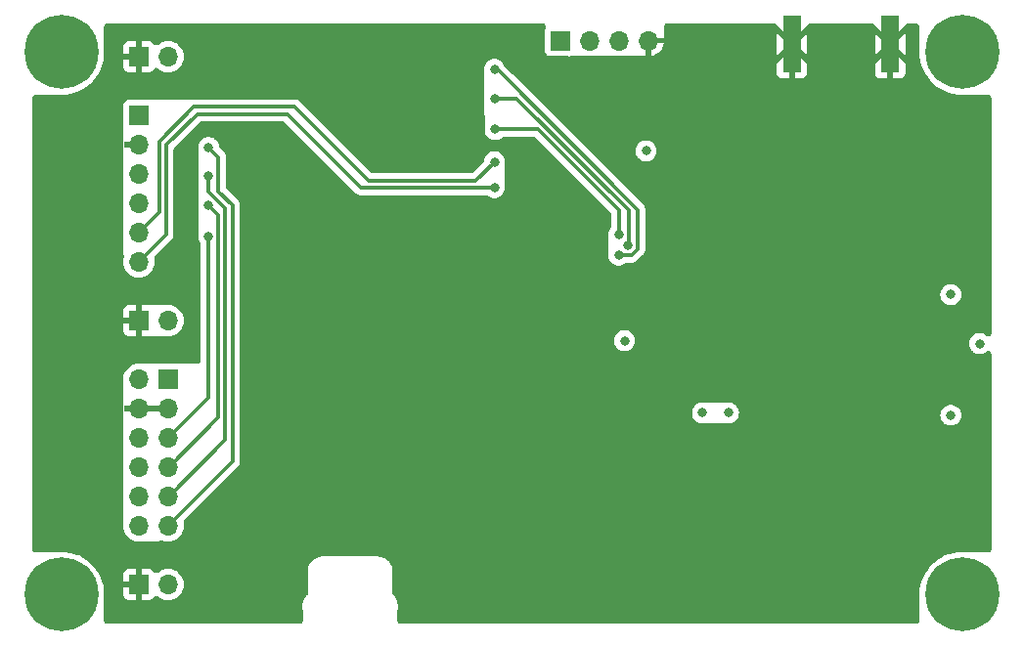
<source format=gbr>
%TF.GenerationSoftware,KiCad,Pcbnew,7.0.10*%
%TF.CreationDate,2024-02-02T00:24:17+07:00*%
%TF.ProjectId,PICO_ADC_Test,5049434f-5f41-4444-935f-546573742e6b,R0.1*%
%TF.SameCoordinates,PX72ade90PY75c75e0*%
%TF.FileFunction,Copper,L4,Bot*%
%TF.FilePolarity,Positive*%
%FSLAX46Y46*%
G04 Gerber Fmt 4.6, Leading zero omitted, Abs format (unit mm)*
G04 Created by KiCad (PCBNEW 7.0.10) date 2024-02-02 00:24:17*
%MOMM*%
%LPD*%
G01*
G04 APERTURE LIST*
%TA.AperFunction,ComponentPad*%
%ADD10R,1.700000X1.700000*%
%TD*%
%TA.AperFunction,ComponentPad*%
%ADD11O,1.700000X1.700000*%
%TD*%
%TA.AperFunction,ComponentPad*%
%ADD12C,0.800000*%
%TD*%
%TA.AperFunction,ComponentPad*%
%ADD13C,6.400000*%
%TD*%
%TA.AperFunction,SMDPad,CuDef*%
%ADD14R,1.600000X4.900000*%
%TD*%
%TA.AperFunction,ViaPad*%
%ADD15C,0.800000*%
%TD*%
%TA.AperFunction,Conductor*%
%ADD16C,0.500000*%
%TD*%
%TA.AperFunction,Conductor*%
%ADD17C,0.300000*%
%TD*%
G04 APERTURE END LIST*
D10*
%TO.P,J4,1,Pin_1*%
%TO.N,+5V*%
X46700000Y51500000D03*
D11*
%TO.P,J4,2,Pin_2*%
%TO.N,SWCLK*%
X49240000Y51500000D03*
%TO.P,J4,3,Pin_3*%
%TO.N,SWDIO*%
X51780000Y51500000D03*
%TO.P,J4,4,Pin_4*%
%TO.N,GND*%
X54320000Y51500000D03*
%TD*%
D10*
%TO.P,J2,1,Pin_1*%
%TO.N,GND*%
X10210000Y27250000D03*
D11*
%TO.P,J2,2,Pin_2*%
%TO.N,+5V*%
X12750000Y27250000D03*
%TD*%
D12*
%TO.P,REF\u002A\u002A,1*%
%TO.N,N/C*%
X79100000Y3500000D03*
X79802944Y5197056D03*
X79802944Y1802944D03*
X81500000Y5900000D03*
D13*
X81500000Y3500000D03*
D12*
X81500000Y1100000D03*
X83197056Y5197056D03*
X83197056Y1802944D03*
X83900000Y3500000D03*
%TD*%
D10*
%TO.P,J3,1,Pin_1*%
%TO.N,+3.3V*%
X10210000Y45030000D03*
D11*
%TO.P,J3,2,Pin_2*%
%TO.N,GND*%
X10210000Y42490000D03*
%TO.P,J3,3,Pin_3*%
%TO.N,GPIO17*%
X10210000Y39950000D03*
%TO.P,J3,4,Pin_4*%
%TO.N,GPIO16*%
X10210000Y37410000D03*
%TO.P,J3,5,Pin_5*%
%TO.N,GPIO12*%
X10210000Y34870000D03*
%TO.P,J3,6,Pin_6*%
%TO.N,GPIO11*%
X10210000Y32330000D03*
%TD*%
D12*
%TO.P,REF\u002A\u002A,1*%
%TO.N,N/C*%
X1100000Y3500000D03*
X1802944Y5197056D03*
X1802944Y1802944D03*
X3500000Y5900000D03*
D13*
X3500000Y3500000D03*
D12*
X3500000Y1100000D03*
X5197056Y5197056D03*
X5197056Y1802944D03*
X5900000Y3500000D03*
%TD*%
D14*
%TO.P,J1,2,2*%
%TO.N,GND*%
X75250000Y51175000D03*
X66750000Y51175000D03*
%TD*%
D12*
%TO.P,REF\u002A\u002A,1*%
%TO.N,N/C*%
X1100000Y50500000D03*
X1802944Y52197056D03*
X1802944Y48802944D03*
X3500000Y52900000D03*
D13*
X3500000Y50500000D03*
D12*
X3500000Y48100000D03*
X5197056Y52197056D03*
X5197056Y48802944D03*
X5900000Y50500000D03*
%TD*%
D10*
%TO.P,J5,1,Pin_1*%
%TO.N,GND*%
X10210000Y50120000D03*
D11*
%TO.P,J5,2,Pin_2*%
%TO.N,+5V*%
X12750000Y50120000D03*
%TD*%
D10*
%TO.P,J7,1,Pin_1*%
%TO.N,GND*%
X10210000Y4390000D03*
D11*
%TO.P,J7,2,Pin_2*%
%TO.N,+5V*%
X12750000Y4390000D03*
%TD*%
D12*
%TO.P,REF\u002A\u002A,1*%
%TO.N,N/C*%
X79100000Y50500000D03*
X79802944Y52197056D03*
X79802944Y48802944D03*
X81500000Y52900000D03*
D13*
X81500000Y50500000D03*
D12*
X81500000Y48100000D03*
X83197056Y52197056D03*
X83197056Y48802944D03*
X83900000Y50500000D03*
%TD*%
D10*
%TO.P,J6,1,Pin_1*%
%TO.N,+3.3V*%
X12750000Y22170000D03*
D11*
%TO.P,J6,2,Pin_2*%
X10210000Y22170000D03*
%TO.P,J6,3,Pin_3*%
%TO.N,GND*%
X12750000Y19630000D03*
%TO.P,J6,4,Pin_4*%
X10210000Y19630000D03*
%TO.P,J6,5,Pin_5*%
%TO.N,GPIO21*%
X12750000Y17090000D03*
%TO.P,J6,6,Pin_6*%
%TO.N,GPIO28*%
X10210000Y17090000D03*
%TO.P,J6,7,Pin_7*%
%TO.N,GPIO20*%
X12750000Y14550000D03*
%TO.P,J6,8,Pin_8*%
%TO.N,GPIO27*%
X10210000Y14550000D03*
%TO.P,J6,9,Pin_9*%
%TO.N,GPIO19*%
X12750000Y12010000D03*
%TO.P,J6,10,Pin_10*%
%TO.N,GPIO26*%
X10210000Y12010000D03*
%TO.P,J6,11,Pin_11*%
%TO.N,GPIO18*%
X12750000Y9470000D03*
%TO.P,J6,12,Pin_12*%
%TO.N,GPIO22*%
X10210000Y9470000D03*
%TD*%
D15*
%TO.N,GND*%
X59500000Y13000000D03*
X1500000Y10690000D03*
X83500000Y38630000D03*
X63500000Y42250000D03*
X56500000Y32500000D03*
X57250000Y16000000D03*
X83500000Y28470000D03*
X83500000Y41170000D03*
X21750000Y50000000D03*
X74500000Y26750000D03*
X52750000Y27500000D03*
X70040000Y1500000D03*
X59250000Y16000000D03*
X26000000Y28500000D03*
X1500000Y38630000D03*
X66000000Y7000000D03*
X30750000Y10500000D03*
X60250000Y52500000D03*
X63750000Y44250000D03*
X77750000Y48250000D03*
X49500000Y17250000D03*
X72580000Y1500000D03*
X30750000Y33500000D03*
X61250000Y17750000D03*
X45250000Y32250000D03*
X42750000Y34750000D03*
X74250000Y37500000D03*
X64000000Y52500000D03*
X55750000Y3000000D03*
X66750000Y29750000D03*
X83500000Y31010000D03*
X1500000Y33550000D03*
X1500000Y23390000D03*
X64000000Y50750000D03*
X83500000Y43710000D03*
X21750000Y1500000D03*
X74250000Y40500000D03*
X51250000Y9500000D03*
X71500000Y45750000D03*
X35250000Y46250000D03*
X83500000Y17500000D03*
X49500000Y1500000D03*
X73000000Y16750000D03*
X26250000Y20750000D03*
X52750000Y5750000D03*
X58150000Y6000000D03*
X69500000Y11750000D03*
X21750000Y20750000D03*
X35000000Y1500000D03*
X43000000Y37250000D03*
X66000000Y9250000D03*
X1500000Y46250000D03*
X83500000Y33550000D03*
X30750000Y46250000D03*
X51250000Y15512500D03*
X78250000Y18750000D03*
X77250000Y1500000D03*
X78000000Y7750000D03*
X76750000Y46500000D03*
X56750000Y52500000D03*
X30750000Y37500000D03*
X1500000Y31010000D03*
X63750000Y29750000D03*
X57250000Y7912500D03*
X54500000Y48500000D03*
X1500000Y13230000D03*
X58150000Y3750000D03*
X61500000Y11250000D03*
X81000000Y25250000D03*
X51000000Y3000000D03*
X1500000Y25930000D03*
X26000000Y23750000D03*
X50500000Y45250000D03*
X21750000Y38670000D03*
X1500000Y8150000D03*
X50250000Y5750000D03*
X71250000Y29750000D03*
X1500000Y20850000D03*
X75750000Y18750000D03*
X21750000Y47000000D03*
X68250000Y29750000D03*
X75120000Y1500000D03*
X56500000Y34000000D03*
X21750000Y33590000D03*
X66000000Y2500000D03*
X55300000Y17700000D03*
X21750000Y23750000D03*
X83500000Y36090000D03*
X61500000Y13000000D03*
X63750000Y46250000D03*
X57250000Y13000000D03*
X66250000Y42250000D03*
X77000000Y33500000D03*
X26250000Y10500000D03*
X48750000Y25250000D03*
X52750000Y30000000D03*
X30750000Y40750000D03*
X55500000Y5750000D03*
X83500000Y46250000D03*
X30750000Y28500000D03*
X35000000Y5510000D03*
X26000000Y40500000D03*
X76500000Y25000000D03*
X44950000Y37250000D03*
X51250000Y12512500D03*
X83500000Y14960000D03*
X1500000Y15770000D03*
X52750000Y1500000D03*
X64000000Y48750000D03*
X1500000Y36090000D03*
X50500000Y25250000D03*
X79500000Y27250000D03*
X65500000Y11750000D03*
X35000000Y15670000D03*
X73000000Y18750000D03*
X21750000Y5510000D03*
X69750000Y29750000D03*
X71500000Y42000000D03*
X60250000Y43250000D03*
X47000000Y29850000D03*
X47000000Y18250000D03*
X35000000Y10590000D03*
X21750000Y10590000D03*
X54750000Y45250000D03*
X83500000Y7750000D03*
X83500000Y12420000D03*
X52750000Y8250000D03*
X80250000Y46500000D03*
X56500000Y42500000D03*
X30750000Y15750000D03*
X21750000Y43750000D03*
X83500000Y9880000D03*
X21750000Y15670000D03*
X59750000Y1500000D03*
X55750000Y1500000D03*
X80750000Y7750000D03*
X77250000Y52500000D03*
X35000000Y20750000D03*
X30750000Y20750000D03*
X71750000Y26750000D03*
X47000000Y25250000D03*
X56500000Y38500000D03*
X1500000Y28470000D03*
X72000000Y13750000D03*
X66000000Y4750000D03*
X63000000Y17750000D03*
X1500000Y18310000D03*
X52750000Y9500000D03*
X57250000Y17750000D03*
X77000000Y35500000D03*
X73250000Y46500000D03*
X21750000Y28510000D03*
X1500000Y41170000D03*
X61250000Y16000000D03*
X67500000Y1500000D03*
X59250000Y17750000D03*
X1500000Y43710000D03*
X26250000Y15750000D03*
X51250000Y8250000D03*
X65250000Y29750000D03*
X61500000Y28500000D03*
X28500000Y48550000D03*
X56500000Y35500000D03*
X35000000Y23750000D03*
X26000000Y33500000D03*
X43750000Y39400000D03*
%TO.N,+3.3V*%
X54112500Y41937500D03*
X52250000Y25500000D03*
%TO.N,5VVGA*%
X59000000Y19250000D03*
X61250000Y19250000D03*
X80500000Y19050000D03*
%TO.N,+5V*%
X83000000Y25250000D03*
X80500000Y29500000D03*
%TO.N,GPIO21*%
X16250000Y34500000D03*
%TO.N,GPIO18*%
X16250000Y42250000D03*
%TO.N,GPIO19*%
X16250000Y39750000D03*
%TO.N,GPIO11*%
X41000000Y38750000D03*
%TO.N,GPIO12*%
X41000000Y41000000D03*
%TO.N,GPIO20*%
X16250000Y37250000D03*
%TO.N,CS*%
X41050000Y43800000D03*
X51750000Y34700000D03*
%TO.N,SCLK*%
X52550000Y33800000D03*
X41000000Y46500000D03*
%TO.N,MOSI*%
X51750000Y32900000D03*
X40995000Y49000000D03*
%TD*%
D16*
%TO.N,GND*%
X66750000Y51175000D02*
X66750000Y47700000D01*
X75250000Y50975000D02*
X75250000Y47500000D01*
D17*
%TO.N,GPIO21*%
X16200000Y20540000D02*
X12750000Y17090000D01*
X16200000Y34450000D02*
X16200000Y20540000D01*
X16250000Y34500000D02*
X16200000Y34450000D01*
%TO.N,GPIO18*%
X17100000Y38450610D02*
X17100000Y41400000D01*
X12750000Y9470000D02*
X12750000Y9500000D01*
X18300000Y37250610D02*
X17100000Y38450610D01*
X12750000Y9500000D02*
X18300000Y15050000D01*
X18300000Y15050000D02*
X18300000Y37250610D01*
X17100000Y41400000D02*
X16250000Y42250000D01*
%TO.N,GPIO19*%
X17700000Y16900000D02*
X12810000Y12010000D01*
X12810000Y12010000D02*
X12750000Y12010000D01*
X16250000Y38452082D02*
X17700000Y37002082D01*
X17700000Y37002082D02*
X17700000Y16900000D01*
X16250000Y39750000D02*
X16250000Y38452082D01*
%TO.N,GPIO11*%
X29450000Y38750000D02*
X23050000Y45150000D01*
X12550000Y42450000D02*
X12550000Y34670000D01*
X12550000Y34670000D02*
X10210000Y32330000D01*
X41000000Y38750000D02*
X29450000Y38750000D01*
X23050000Y45150000D02*
X15250000Y45150000D01*
X15250000Y45150000D02*
X12550000Y42450000D01*
%TO.N,GPIO12*%
X30100000Y39350000D02*
X39350000Y39350000D01*
X11950000Y42750000D02*
X14950000Y45750000D01*
X11950000Y36610000D02*
X11950000Y42750000D01*
X23700000Y45750000D02*
X30100000Y39350000D01*
X39350000Y39350000D02*
X41000000Y41000000D01*
X14950000Y45750000D02*
X23700000Y45750000D01*
X10210000Y34870000D02*
X11950000Y36610000D01*
%TO.N,GPIO20*%
X12800000Y14550000D02*
X17100000Y18850000D01*
X12750000Y14550000D02*
X12800000Y14550000D01*
X17100000Y36400000D02*
X16250000Y37250000D01*
X17100000Y18850000D02*
X17100000Y36400000D01*
%TO.N,CS*%
X51750000Y36800000D02*
X44750000Y43800000D01*
X44750000Y43800000D02*
X41050000Y43800000D01*
X51750000Y34700000D02*
X51750000Y36800000D01*
%TO.N,SCLK*%
X52600000Y33850000D02*
X52600000Y36800000D01*
X52600000Y36800000D02*
X42900000Y46500000D01*
X52550000Y33800000D02*
X52600000Y33850000D01*
X42900000Y46500000D02*
X41000000Y46500000D01*
%TO.N,MOSI*%
X53400000Y36850000D02*
X41250000Y49000000D01*
X51750000Y32900000D02*
X52852082Y32900000D01*
X41250000Y49000000D02*
X40995000Y49000000D01*
X52852082Y32900000D02*
X53400000Y33447918D01*
X53400000Y33447918D02*
X53400000Y36850000D01*
%TD*%
%TA.AperFunction,Conductor*%
%TO.N,GND*%
G36*
X9750507Y19839844D02*
G01*
X9710000Y19701889D01*
X9710000Y19558111D01*
X9750507Y19420156D01*
X9776314Y19380000D01*
X8935025Y19380000D01*
X8919950Y19880000D01*
X9776314Y19880000D01*
X9750507Y19839844D01*
G37*
%TD.AperFunction*%
%TA.AperFunction,Conductor*%
G36*
X12290507Y19839844D02*
G01*
X12250000Y19701889D01*
X12250000Y19558111D01*
X12290507Y19420156D01*
X12316314Y19380000D01*
X10643686Y19380000D01*
X10669493Y19420156D01*
X10710000Y19558111D01*
X10710000Y19701889D01*
X10669493Y19839844D01*
X10643686Y19880000D01*
X12316314Y19880000D01*
X12290507Y19839844D01*
G37*
%TD.AperFunction*%
%TA.AperFunction,Conductor*%
G36*
X9750507Y42699844D02*
G01*
X9710000Y42561889D01*
X9710000Y42418111D01*
X9750507Y42280156D01*
X9776314Y42240000D01*
X8921320Y42240000D01*
X8908629Y42740000D01*
X9776314Y42740000D01*
X9750507Y42699844D01*
G37*
%TD.AperFunction*%
%TA.AperFunction,Conductor*%
G36*
X45309231Y52981046D02*
G01*
X45390013Y52927070D01*
X45443989Y52846288D01*
X45462943Y52751000D01*
X45443989Y52655712D01*
X45413275Y52601776D01*
X45406204Y52592332D01*
X45355908Y52457482D01*
X45349500Y52397877D01*
X45349500Y50602135D01*
X45349500Y50602132D01*
X45349501Y50602128D01*
X45351486Y50583667D01*
X45355908Y50542520D01*
X45355909Y50542516D01*
X45385981Y50461890D01*
X45406204Y50407669D01*
X45492454Y50292454D01*
X45607669Y50206204D01*
X45742517Y50155909D01*
X45802127Y50149500D01*
X47397166Y50149501D01*
X47467558Y50135500D01*
X47589234Y50148575D01*
X47615840Y50150000D01*
X49164452Y50150000D01*
X49186152Y50149053D01*
X49205999Y50147316D01*
X49239997Y50144341D01*
X49240000Y50144341D01*
X49240003Y50144341D01*
X49274000Y50147316D01*
X49293847Y50149053D01*
X49315548Y50150000D01*
X51704452Y50150000D01*
X51726152Y50149053D01*
X51745999Y50147316D01*
X51779997Y50144341D01*
X51780000Y50144341D01*
X51780003Y50144341D01*
X51814000Y50147316D01*
X51833847Y50149053D01*
X51855548Y50150000D01*
X54049999Y50150000D01*
X54050000Y50150000D01*
X54050000Y50150001D01*
X54055728Y50155729D01*
X54070000Y50168246D01*
X54070000Y51064499D01*
X54177685Y51015320D01*
X54284237Y51000000D01*
X54355763Y51000000D01*
X54462315Y51015320D01*
X54570000Y51064499D01*
X54570000Y50169365D01*
X54783488Y50226569D01*
X54997576Y50326400D01*
X55191076Y50461890D01*
X55358110Y50628924D01*
X55493600Y50822424D01*
X55593433Y51036515D01*
X55593433Y51036517D01*
X55650636Y51249999D01*
X55650636Y51250000D01*
X54753686Y51250000D01*
X54779493Y51290156D01*
X54820000Y51428111D01*
X54820000Y51571889D01*
X54779493Y51709844D01*
X54753686Y51750000D01*
X55654629Y51750000D01*
X55650000Y51785156D01*
X55650000Y52121447D01*
X65450000Y52121447D01*
X65450000Y50228554D01*
X66396446Y51175000D01*
X67103553Y51175000D01*
X68049999Y50228554D01*
X68050000Y50228554D01*
X68050000Y52121447D01*
X73950000Y52121447D01*
X73950000Y50228554D01*
X74896446Y51175000D01*
X75603553Y51175000D01*
X76549999Y50228554D01*
X76550000Y50228554D01*
X76550000Y52121447D01*
X76549999Y52121447D01*
X75603553Y51175000D01*
X74896446Y51175000D01*
X73950000Y52121447D01*
X68050000Y52121447D01*
X68049999Y52121447D01*
X67103553Y51175000D01*
X66396446Y51175000D01*
X65450000Y52121447D01*
X55650000Y52121447D01*
X55650000Y52751000D01*
X55668954Y52846288D01*
X55722930Y52927070D01*
X55803712Y52981046D01*
X55899000Y53000000D01*
X65212608Y53000000D01*
X65307896Y52981046D01*
X65388678Y52927070D01*
X65442654Y52846288D01*
X65449999Y52828555D01*
X66750000Y51528554D01*
X68050000Y52828555D01*
X68057346Y52846288D01*
X68111322Y52927069D01*
X68192104Y52981046D01*
X68287392Y53000000D01*
X73712608Y53000000D01*
X73807896Y52981046D01*
X73888678Y52927070D01*
X73942654Y52846288D01*
X73949999Y52828555D01*
X75250000Y51528554D01*
X76550000Y52828555D01*
X76557346Y52846288D01*
X76611322Y52927069D01*
X76692104Y52981046D01*
X76787392Y53000000D01*
X77551000Y53000000D01*
X77646288Y52981046D01*
X77727070Y52927070D01*
X77781046Y52846288D01*
X77800000Y52751000D01*
X77800000Y50612959D01*
X77799659Y50599928D01*
X77794422Y50500000D01*
X77814722Y50112662D01*
X77814722Y50112657D01*
X77814723Y50112655D01*
X77854558Y49861142D01*
X77875398Y49729567D01*
X77975786Y49354914D01*
X78114786Y48992805D01*
X78290872Y48647216D01*
X78290875Y48647211D01*
X78502124Y48321915D01*
X78682233Y48099500D01*
X78746219Y48020484D01*
X79020484Y47746219D01*
X79020489Y47746215D01*
X79020490Y47746214D01*
X79321914Y47502125D01*
X79428262Y47433062D01*
X79647211Y47290875D01*
X79992806Y47114786D01*
X80354913Y46975786D01*
X80729567Y46875398D01*
X81112662Y46814722D01*
X81500000Y46794422D01*
X81599926Y46799659D01*
X81612957Y46800000D01*
X83751000Y46800000D01*
X83846288Y46781046D01*
X83927070Y46727070D01*
X83981046Y46646288D01*
X84000000Y46551000D01*
X84000000Y26125227D01*
X83981046Y26029939D01*
X83927070Y25949157D01*
X83846288Y25895181D01*
X83751000Y25876227D01*
X83655712Y25895181D01*
X83604642Y25923781D01*
X83452727Y26034153D01*
X83279810Y26111142D01*
X83279796Y26111146D01*
X83094646Y26150500D01*
X82905354Y26150500D01*
X82720203Y26111146D01*
X82720189Y26111142D01*
X82547271Y26034153D01*
X82394126Y25922886D01*
X82267469Y25782220D01*
X82172822Y25618286D01*
X82114325Y25438256D01*
X82094540Y25250000D01*
X82114325Y25061745D01*
X82143573Y24971730D01*
X82172821Y24881716D01*
X82172822Y24881715D01*
X82267469Y24717781D01*
X82385152Y24587082D01*
X82394129Y24577112D01*
X82471178Y24521133D01*
X82547271Y24465848D01*
X82720189Y24388859D01*
X82720192Y24388858D01*
X82720197Y24388856D01*
X82905354Y24349500D01*
X83094645Y24349500D01*
X83094646Y24349500D01*
X83279803Y24388856D01*
X83452730Y24465849D01*
X83604643Y24576221D01*
X83692872Y24616894D01*
X83789952Y24620708D01*
X83881102Y24587082D01*
X83952445Y24521133D01*
X83993120Y24432902D01*
X84000000Y24374774D01*
X84000000Y7449000D01*
X83981046Y7353712D01*
X83927070Y7272930D01*
X83846288Y7218954D01*
X83751000Y7200000D01*
X81612957Y7200000D01*
X81599926Y7200341D01*
X81500000Y7205578D01*
X81112662Y7185278D01*
X81112656Y7185278D01*
X81112654Y7185277D01*
X80729571Y7124603D01*
X80354913Y7024214D01*
X79992804Y6885214D01*
X79647215Y6709128D01*
X79647210Y6709125D01*
X79321914Y6497876D01*
X79020490Y6253787D01*
X78746213Y5979510D01*
X78502124Y5678086D01*
X78290875Y5352790D01*
X78290872Y5352785D01*
X78114786Y5007196D01*
X77980601Y4657630D01*
X77975786Y4645087D01*
X77876548Y4274723D01*
X77875397Y4270429D01*
X77814723Y3887346D01*
X77814722Y3887338D01*
X77798736Y3582313D01*
X77794422Y3500000D01*
X77799659Y3400074D01*
X77800000Y3387043D01*
X77800000Y1249000D01*
X77781046Y1153712D01*
X77727070Y1072930D01*
X77646288Y1018954D01*
X77551000Y1000000D01*
X32849000Y1000000D01*
X32753712Y1018954D01*
X32672930Y1072930D01*
X32618954Y1153712D01*
X32600000Y1249000D01*
X32600000Y2193690D01*
X32607621Y2254821D01*
X32611132Y2268688D01*
X32611134Y2268695D01*
X32617675Y2347645D01*
X32618834Y2358638D01*
X32629298Y2440346D01*
X32628624Y2456209D01*
X32629251Y2487346D01*
X32630300Y2500000D01*
X32623455Y2582599D01*
X32622831Y2592574D01*
X32620760Y2641328D01*
X32619180Y2678532D01*
X32616616Y2690429D01*
X32611878Y2722320D01*
X32611134Y2731305D01*
X32589868Y2815277D01*
X32587862Y2823842D01*
X32568954Y2911581D01*
X32565799Y2919433D01*
X32555459Y2951159D01*
X32554158Y2956295D01*
X32554157Y2956300D01*
X32524427Y3024078D01*
X32517903Y3038952D01*
X32514887Y3046131D01*
X32480065Y3132787D01*
X32480064Y3132790D01*
X32477565Y3136848D01*
X32461570Y3167376D01*
X32460924Y3168849D01*
X32409550Y3247484D01*
X32405976Y3253119D01*
X32355073Y3335790D01*
X32355072Y3335792D01*
X32354369Y3336590D01*
X32340331Y3355049D01*
X32340304Y3355027D01*
X32333982Y3363150D01*
X32311987Y3387043D01*
X32267830Y3435010D01*
X32264149Y3439101D01*
X32212082Y3498261D01*
X32163356Y3582313D01*
X32150000Y3662768D01*
X32150000Y5237418D01*
X32158485Y5301866D01*
X32161207Y5312023D01*
X32161768Y5318437D01*
X32167064Y5352143D01*
X32167748Y5355144D01*
X32169191Y5361463D01*
X32172813Y5442132D01*
X32173510Y5452660D01*
X32173761Y5455525D01*
X32180277Y5530000D01*
X32179388Y5540153D01*
X32178692Y5573020D01*
X32179290Y5586330D01*
X32168950Y5662654D01*
X32167647Y5674354D01*
X32166860Y5683354D01*
X32161207Y5747977D01*
X32157599Y5761439D01*
X32151366Y5792470D01*
X32149075Y5809387D01*
X32126429Y5879080D01*
X32122733Y5891560D01*
X32104576Y5959326D01*
X32104575Y5959330D01*
X32097090Y5975381D01*
X32085953Y6003654D01*
X32079517Y6023464D01*
X32046566Y6084697D01*
X32040170Y6097447D01*
X32012103Y6157636D01*
X32012099Y6157642D01*
X31999802Y6175204D01*
X31984498Y6200038D01*
X31972855Y6221675D01*
X31972852Y6221681D01*
X31931837Y6273112D01*
X31922544Y6285540D01*
X31886597Y6336879D01*
X31868768Y6354708D01*
X31850164Y6375526D01*
X31832508Y6397666D01*
X31795858Y6429686D01*
X31785786Y6438486D01*
X31773558Y6449918D01*
X31731876Y6491599D01*
X31731877Y6491599D01*
X31708162Y6508203D01*
X31687154Y6524658D01*
X31662996Y6545765D01*
X31662994Y6545767D01*
X31612952Y6575665D01*
X31597850Y6585445D01*
X31552639Y6617102D01*
X31552637Y6617103D01*
X31552635Y6617105D01*
X31522997Y6630925D01*
X31500523Y6642838D01*
X31469763Y6661216D01*
X31418690Y6680384D01*
X31400953Y6687835D01*
X31354332Y6709575D01*
X31319110Y6719013D01*
X31296073Y6726403D01*
X31259028Y6740306D01*
X31259019Y6740308D01*
X31209020Y6749383D01*
X31189054Y6753862D01*
X31142977Y6766207D01*
X31142976Y6766208D01*
X31142969Y6766209D01*
X31102928Y6769712D01*
X31080178Y6772764D01*
X31037547Y6780500D01*
X31037543Y6780500D01*
X31030996Y6781688D01*
X30984591Y6800000D01*
X30950000Y6800000D01*
X26100000Y6800000D01*
X25970887Y6800000D01*
X25945925Y6784055D01*
X25877102Y6767964D01*
X25853865Y6765931D01*
X25850815Y6765378D01*
X25747774Y6736941D01*
X25745980Y6736454D01*
X25645622Y6709564D01*
X25639250Y6707528D01*
X25633832Y6705495D01*
X25540888Y6660737D01*
X25538093Y6659413D01*
X25447355Y6617100D01*
X25440704Y6613260D01*
X25435593Y6610559D01*
X25431032Y6607833D01*
X25350606Y6549401D01*
X25347072Y6546880D01*
X25268123Y6491600D01*
X25259803Y6484617D01*
X25259432Y6485059D01*
X25257145Y6483105D01*
X25257343Y6482879D01*
X25248920Y6475520D01*
X25182782Y6406347D01*
X25178881Y6402358D01*
X25113402Y6336878D01*
X25106416Y6328552D01*
X25106229Y6328709D01*
X25099189Y6320126D01*
X25093369Y6312828D01*
X25071160Y6279182D01*
X25042707Y6236080D01*
X25038888Y6230463D01*
X24987900Y6157644D01*
X24985052Y6152710D01*
X24970504Y6126694D01*
X24969364Y6124968D01*
X24934687Y6043839D01*
X24931398Y6036477D01*
X24895423Y5959328D01*
X24895423Y5959326D01*
X24894725Y5956721D01*
X24883189Y5923354D01*
X24880897Y5917992D01*
X24862094Y5835615D01*
X24859855Y5826587D01*
X24838794Y5747981D01*
X24838791Y5747968D01*
X24838230Y5741550D01*
X24832940Y5707874D01*
X24830809Y5698536D01*
X24830807Y5698525D01*
X24827186Y5617885D01*
X24826490Y5607359D01*
X24819723Y5530000D01*
X24819723Y5529997D01*
X24820611Y5519838D01*
X24821307Y5487001D01*
X24820709Y5473681D01*
X24820710Y5473670D01*
X24831048Y5397344D01*
X24832353Y5385626D01*
X24838791Y5312030D01*
X24838793Y5312023D01*
X24841517Y5301855D01*
X24850000Y5237417D01*
X24850000Y3660169D01*
X24831046Y3564881D01*
X24784179Y3491508D01*
X24779567Y3486499D01*
X24768683Y3475395D01*
X24719883Y3428623D01*
X24701643Y3403962D01*
X24684653Y3383394D01*
X24666021Y3363154D01*
X24666017Y3363149D01*
X24628770Y3306138D01*
X24620515Y3294271D01*
X24578125Y3236954D01*
X24578115Y3236938D01*
X24565974Y3212859D01*
X24552102Y3188789D01*
X24539076Y3168850D01*
X24539075Y3168848D01*
X24510226Y3103082D01*
X24504541Y3091012D01*
X24470793Y3024078D01*
X24463976Y3001817D01*
X24453924Y2974724D01*
X24445843Y2956301D01*
X24427302Y2883091D01*
X24424010Y2871315D01*
X24400983Y2796123D01*
X24400983Y2796122D01*
X24398497Y2776710D01*
X24392898Y2747231D01*
X24388865Y2731307D01*
X24388865Y2731304D01*
X24382326Y2652391D01*
X24381160Y2641328D01*
X24370702Y2559662D01*
X24370702Y2559658D01*
X24371375Y2543781D01*
X24370750Y2512681D01*
X24369700Y2500001D01*
X24376541Y2417428D01*
X24377167Y2407440D01*
X24380819Y2321470D01*
X24383385Y2309565D01*
X24388120Y2277690D01*
X24388865Y2268695D01*
X24392380Y2254818D01*
X24400000Y2193689D01*
X24400000Y1249000D01*
X24381046Y1153712D01*
X24327070Y1072930D01*
X24246288Y1018954D01*
X24151000Y1000000D01*
X7449000Y1000000D01*
X7353712Y1018954D01*
X7272930Y1072930D01*
X7218954Y1153712D01*
X7200000Y1249000D01*
X7200000Y3387043D01*
X7200341Y3400074D01*
X7201837Y3428623D01*
X7205168Y3492168D01*
X8860000Y3492168D01*
X8866401Y3432629D01*
X8866403Y3432622D01*
X8916646Y3297913D01*
X9002810Y3182813D01*
X9002812Y3182811D01*
X9117912Y3096647D01*
X9252621Y3046404D01*
X9252628Y3046402D01*
X9312167Y3040001D01*
X9312175Y3040000D01*
X9959999Y3040000D01*
X9960000Y3040001D01*
X9960000Y3954499D01*
X10067685Y3905320D01*
X10174237Y3890000D01*
X10245763Y3890000D01*
X10352315Y3905320D01*
X10460000Y3954499D01*
X10460000Y3040001D01*
X10460001Y3040000D01*
X11107825Y3040000D01*
X11107832Y3040001D01*
X11167371Y3046402D01*
X11167378Y3046404D01*
X11302087Y3096647D01*
X11417187Y3182811D01*
X11417189Y3182813D01*
X11514026Y3312169D01*
X11517313Y3309709D01*
X11557897Y3358286D01*
X11643978Y3403333D01*
X11740745Y3412009D01*
X11833466Y3382993D01*
X11874223Y3355177D01*
X11878593Y3351511D01*
X11878599Y3351505D01*
X12072170Y3215965D01*
X12286337Y3116097D01*
X12514592Y3054937D01*
X12514595Y3054937D01*
X12514598Y3054936D01*
X12749995Y3034341D01*
X12750000Y3034341D01*
X12750005Y3034341D01*
X12985401Y3054936D01*
X12985403Y3054937D01*
X12985408Y3054937D01*
X13213663Y3116097D01*
X13427830Y3215965D01*
X13621401Y3351505D01*
X13788495Y3518599D01*
X13924035Y3712170D01*
X14023903Y3926337D01*
X14085063Y4154592D01*
X14090274Y4214153D01*
X14105659Y4389995D01*
X14105659Y4390006D01*
X14085064Y4625402D01*
X14085063Y4625405D01*
X14085063Y4625408D01*
X14023903Y4853663D01*
X13973126Y4962554D01*
X13924038Y5067823D01*
X13924034Y5067831D01*
X13844839Y5180933D01*
X13788495Y5261401D01*
X13621401Y5428495D01*
X13565223Y5467831D01*
X13427830Y5564035D01*
X13427821Y5564039D01*
X13213663Y5663903D01*
X13213660Y5663904D01*
X12985401Y5725065D01*
X12750005Y5745659D01*
X12749995Y5745659D01*
X12514598Y5725065D01*
X12286335Y5663903D01*
X12286333Y5663902D01*
X12072177Y5564039D01*
X12072169Y5564035D01*
X11878592Y5428490D01*
X11874215Y5424817D01*
X11870208Y5422620D01*
X11869694Y5422259D01*
X11869654Y5422316D01*
X11789034Y5378091D01*
X11692456Y5367519D01*
X11599184Y5394710D01*
X11523417Y5455525D01*
X11514681Y5468322D01*
X11514026Y5467831D01*
X11417189Y5597188D01*
X11417187Y5597190D01*
X11302087Y5683354D01*
X11167378Y5733597D01*
X11167371Y5733599D01*
X11107832Y5740000D01*
X10460001Y5740000D01*
X10460000Y5739999D01*
X10460000Y4825502D01*
X10352315Y4874680D01*
X10245763Y4890000D01*
X10174237Y4890000D01*
X10067685Y4874680D01*
X9960000Y4825502D01*
X9960000Y5739999D01*
X9959999Y5740000D01*
X9312167Y5740000D01*
X9252628Y5733599D01*
X9252621Y5733597D01*
X9117912Y5683354D01*
X9002812Y5597190D01*
X9002810Y5597188D01*
X8916646Y5482088D01*
X8866403Y5347379D01*
X8866401Y5347372D01*
X8860000Y5287833D01*
X8860000Y4640001D01*
X8860001Y4640000D01*
X9776314Y4640000D01*
X9750507Y4599844D01*
X9710000Y4461889D01*
X9710000Y4318111D01*
X9750507Y4180156D01*
X9776314Y4140000D01*
X8860001Y4140000D01*
X8860000Y4139999D01*
X8860000Y3492168D01*
X7205168Y3492168D01*
X7205578Y3500000D01*
X7185278Y3887338D01*
X7124602Y4270433D01*
X7024214Y4645087D01*
X6885214Y5007194D01*
X6709125Y5352789D01*
X6557458Y5586336D01*
X6497875Y5678086D01*
X6253786Y5979510D01*
X6253785Y5979511D01*
X6253781Y5979516D01*
X5979516Y6253781D01*
X5979509Y6253787D01*
X5678085Y6497876D01*
X5352789Y6709125D01*
X5352784Y6709128D01*
X5007195Y6885214D01*
X4826140Y6954714D01*
X4645087Y7024214D01*
X4270433Y7124602D01*
X4270429Y7124603D01*
X4270428Y7124603D01*
X3887344Y7185277D01*
X3887345Y7185277D01*
X3887343Y7185278D01*
X3887338Y7185278D01*
X3500000Y7205578D01*
X3499999Y7205578D01*
X3400074Y7200341D01*
X3387043Y7200000D01*
X1249000Y7200000D01*
X1153712Y7218954D01*
X1072930Y7272930D01*
X1018954Y7353712D01*
X1000000Y7449000D01*
X1000000Y9412599D01*
X8850000Y9412599D01*
X8864573Y9353043D01*
X8874936Y9234599D01*
X8874937Y9234592D01*
X8936097Y9006337D01*
X9035965Y8792170D01*
X9171505Y8598599D01*
X9338599Y8431505D01*
X9532170Y8295965D01*
X9746337Y8196097D01*
X9974592Y8134937D01*
X9974595Y8134937D01*
X9974598Y8134936D01*
X10209995Y8114341D01*
X10210000Y8114341D01*
X10210005Y8114341D01*
X10445401Y8134936D01*
X10445402Y8134937D01*
X10445408Y8134937D01*
X10467449Y8140843D01*
X10469962Y8141516D01*
X10534405Y8150000D01*
X11950000Y8150000D01*
X11989560Y8181649D01*
X12075805Y8226373D01*
X12172604Y8234689D01*
X12250344Y8212881D01*
X12286334Y8196098D01*
X12286336Y8196098D01*
X12286337Y8196097D01*
X12514592Y8134937D01*
X12514595Y8134937D01*
X12514598Y8134936D01*
X12749995Y8114341D01*
X12750000Y8114341D01*
X12750005Y8114341D01*
X12985401Y8134936D01*
X12985403Y8134937D01*
X12985408Y8134937D01*
X13213663Y8196097D01*
X13427830Y8295965D01*
X13621401Y8431505D01*
X13788495Y8598599D01*
X13924035Y8792170D01*
X14023903Y9006337D01*
X14085063Y9234592D01*
X14085064Y9234599D01*
X14105659Y9469995D01*
X14105659Y9470006D01*
X14085064Y9705396D01*
X14085063Y9705408D01*
X14077953Y9731940D01*
X14071599Y9828884D01*
X14102828Y9920883D01*
X14142395Y9972451D01*
X18691144Y14521200D01*
X18708490Y14536981D01*
X18717931Y14544793D01*
X18717940Y14544798D01*
X18764527Y14594410D01*
X18769945Y14600000D01*
X18788908Y14618962D01*
X18791913Y14622372D01*
X18803238Y14635632D01*
X18830445Y14664604D01*
X18830444Y14664604D01*
X18830448Y14664607D01*
X18835929Y14674579D01*
X18857384Y14707242D01*
X18864362Y14716236D01*
X18880151Y14752726D01*
X18890472Y14773791D01*
X18909625Y14808629D01*
X18909627Y14808632D01*
X18912457Y14819657D01*
X18925120Y14856641D01*
X18929635Y14867073D01*
X18935852Y14906334D01*
X18940607Y14929298D01*
X18950500Y14967823D01*
X18950500Y14979213D01*
X18953566Y15018167D01*
X18954178Y15022033D01*
X18955346Y15029405D01*
X18951605Y15068983D01*
X18950500Y15092414D01*
X18950500Y19250000D01*
X58094540Y19250000D01*
X58114325Y19061745D01*
X58143573Y18971730D01*
X58172821Y18881716D01*
X58252906Y18743005D01*
X58267469Y18717781D01*
X58394126Y18577115D01*
X58394129Y18577112D01*
X58495961Y18503127D01*
X58547271Y18465848D01*
X58720189Y18388859D01*
X58720192Y18388858D01*
X58720197Y18388856D01*
X58905354Y18349500D01*
X58918332Y18348136D01*
X58918164Y18346540D01*
X58998567Y18330546D01*
X59000233Y18329433D01*
X59071399Y18344559D01*
X59123168Y18350000D01*
X61137547Y18350000D01*
X61147083Y18349500D01*
X61155354Y18349500D01*
X61344645Y18349500D01*
X61344646Y18349500D01*
X61529803Y18388856D01*
X61562793Y18403544D01*
X61702728Y18465848D01*
X61702728Y18465849D01*
X61702730Y18465849D01*
X61855871Y18577112D01*
X61982533Y18717784D01*
X62077179Y18881716D01*
X62131858Y19050000D01*
X79594540Y19050000D01*
X79614325Y18861745D01*
X79634779Y18798797D01*
X79672821Y18681716D01*
X79747210Y18552870D01*
X79767469Y18517781D01*
X79885147Y18387087D01*
X79894129Y18377112D01*
X79991440Y18306412D01*
X80047271Y18265848D01*
X80220189Y18188859D01*
X80220192Y18188858D01*
X80220197Y18188856D01*
X80405354Y18149500D01*
X80594645Y18149500D01*
X80594646Y18149500D01*
X80779803Y18188856D01*
X80864395Y18226519D01*
X80952728Y18265848D01*
X80952728Y18265849D01*
X80952730Y18265849D01*
X81105871Y18377112D01*
X81232533Y18517784D01*
X81327179Y18681716D01*
X81385674Y18861744D01*
X81405460Y19050000D01*
X81385674Y19238256D01*
X81327179Y19418284D01*
X81232533Y19582216D01*
X81232531Y19582219D01*
X81232530Y19582220D01*
X81105873Y19722886D01*
X81105872Y19722887D01*
X81105871Y19722888D01*
X81024207Y19782220D01*
X80952728Y19834153D01*
X80779810Y19911142D01*
X80779796Y19911146D01*
X80594646Y19950500D01*
X80405354Y19950500D01*
X80220203Y19911146D01*
X80220189Y19911142D01*
X80047271Y19834153D01*
X79894126Y19722886D01*
X79767469Y19582220D01*
X79673902Y19420156D01*
X79672821Y19418284D01*
X79660382Y19380000D01*
X79614325Y19238256D01*
X79594540Y19050000D01*
X62131858Y19050000D01*
X62135674Y19061744D01*
X62155460Y19250000D01*
X62135674Y19438256D01*
X62077179Y19618284D01*
X61982533Y19782216D01*
X61982531Y19782219D01*
X61982530Y19782220D01*
X61855873Y19922886D01*
X61855872Y19922887D01*
X61855871Y19922888D01*
X61768955Y19986036D01*
X61702728Y20034153D01*
X61529810Y20111142D01*
X61529796Y20111146D01*
X61344646Y20150500D01*
X61155354Y20150500D01*
X61147083Y20150500D01*
X61137547Y20150000D01*
X59112453Y20150000D01*
X59102917Y20150500D01*
X59094646Y20150500D01*
X58905354Y20150500D01*
X58720203Y20111146D01*
X58720189Y20111142D01*
X58547271Y20034153D01*
X58394126Y19922886D01*
X58267469Y19782220D01*
X58172822Y19618286D01*
X58114325Y19438256D01*
X58094540Y19250000D01*
X18950500Y19250000D01*
X18950500Y25500000D01*
X51344540Y25500000D01*
X51364325Y25311745D01*
X51384388Y25250000D01*
X51422821Y25131716D01*
X51517467Y24967784D01*
X51517469Y24967781D01*
X51594963Y24881716D01*
X51644129Y24827112D01*
X51758984Y24743665D01*
X51797271Y24715848D01*
X51970189Y24638859D01*
X51970192Y24638858D01*
X51970197Y24638856D01*
X52155354Y24599500D01*
X52344645Y24599500D01*
X52344646Y24599500D01*
X52529803Y24638856D01*
X52702730Y24715849D01*
X52855871Y24827112D01*
X52982533Y24967784D01*
X53077179Y25131716D01*
X53135674Y25311744D01*
X53155460Y25500000D01*
X53135674Y25688256D01*
X53077179Y25868284D01*
X52982533Y26032216D01*
X52982531Y26032219D01*
X52982530Y26032220D01*
X52855873Y26172886D01*
X52855872Y26172887D01*
X52855871Y26172888D01*
X52779300Y26228520D01*
X52702728Y26284153D01*
X52529810Y26361142D01*
X52529796Y26361146D01*
X52344646Y26400500D01*
X52155354Y26400500D01*
X51970203Y26361146D01*
X51970189Y26361142D01*
X51797271Y26284153D01*
X51644126Y26172886D01*
X51517469Y26032220D01*
X51422822Y25868286D01*
X51364325Y25688256D01*
X51344540Y25500000D01*
X18950500Y25500000D01*
X18950500Y29500000D01*
X79594540Y29500000D01*
X79614325Y29311745D01*
X79643573Y29221730D01*
X79672821Y29131716D01*
X79672822Y29131715D01*
X79767469Y28967781D01*
X79894126Y28827115D01*
X79894129Y28827112D01*
X80008984Y28743665D01*
X80047271Y28715848D01*
X80220189Y28638859D01*
X80220192Y28638858D01*
X80220197Y28638856D01*
X80405354Y28599500D01*
X80594645Y28599500D01*
X80594646Y28599500D01*
X80779803Y28638856D01*
X80952730Y28715849D01*
X81105871Y28827112D01*
X81232533Y28967784D01*
X81327179Y29131716D01*
X81385674Y29311744D01*
X81405460Y29500000D01*
X81385674Y29688256D01*
X81327179Y29868284D01*
X81232533Y30032216D01*
X81232531Y30032219D01*
X81232530Y30032220D01*
X81105873Y30172886D01*
X81105872Y30172887D01*
X81105871Y30172888D01*
X81029300Y30228520D01*
X80952728Y30284153D01*
X80779810Y30361142D01*
X80779796Y30361146D01*
X80594646Y30400500D01*
X80405354Y30400500D01*
X80220203Y30361146D01*
X80220189Y30361142D01*
X80047271Y30284153D01*
X79894126Y30172886D01*
X79767469Y30032220D01*
X79672822Y29868286D01*
X79614325Y29688256D01*
X79594540Y29500000D01*
X18950500Y29500000D01*
X18950500Y37153261D01*
X18951605Y37176696D01*
X18952757Y37188896D01*
X18952760Y37188907D01*
X18950623Y37256903D01*
X18950500Y37264724D01*
X18950500Y37291528D01*
X18950216Y37296036D01*
X18948845Y37313456D01*
X18948273Y37331664D01*
X18947597Y37353180D01*
X18947596Y37353184D01*
X18944422Y37364110D01*
X18936498Y37402369D01*
X18935071Y37413668D01*
X18920433Y37450637D01*
X18912834Y37472835D01*
X18901744Y37511009D01*
X18895950Y37520806D01*
X18878757Y37555899D01*
X18874568Y37566481D01*
X18851188Y37598660D01*
X18838322Y37618249D01*
X18818081Y37652475D01*
X18818077Y37652479D01*
X18810025Y37660532D01*
X18784656Y37690235D01*
X18782776Y37692822D01*
X18777963Y37699447D01*
X18777961Y37699449D01*
X18777959Y37699451D01*
X18747330Y37724790D01*
X18729979Y37740577D01*
X17823430Y38647126D01*
X17769454Y38727908D01*
X17750500Y38823196D01*
X17750500Y41302649D01*
X17751605Y41326084D01*
X17752757Y41338286D01*
X17752760Y41338296D01*
X17750623Y41406304D01*
X17750500Y41414124D01*
X17750500Y41440924D01*
X17750213Y41445477D01*
X17748846Y41462831D01*
X17747598Y41502569D01*
X17744420Y41513507D01*
X17736496Y41551774D01*
X17735071Y41563058D01*
X17735070Y41563060D01*
X17735070Y41563062D01*
X17720440Y41600013D01*
X17712839Y41622211D01*
X17701744Y41660401D01*
X17695948Y41670201D01*
X17678756Y41705293D01*
X17674568Y41715871D01*
X17651202Y41748031D01*
X17638323Y41767637D01*
X17628557Y41784151D01*
X17618081Y41801865D01*
X17618077Y41801869D01*
X17618074Y41801873D01*
X17610025Y41809922D01*
X17584656Y41839625D01*
X17582776Y41842212D01*
X17577963Y41848837D01*
X17577961Y41848839D01*
X17577959Y41848841D01*
X17547330Y41874180D01*
X17529979Y41889967D01*
X17216107Y42203839D01*
X17162131Y42284621D01*
X17144541Y42353884D01*
X17135674Y42438256D01*
X17118536Y42491000D01*
X17077179Y42618284D01*
X16982533Y42782216D01*
X16982531Y42782219D01*
X16982530Y42782220D01*
X16855873Y42922886D01*
X16855872Y42922887D01*
X16855871Y42922888D01*
X16761616Y42991368D01*
X16702728Y43034153D01*
X16529810Y43111142D01*
X16529796Y43111146D01*
X16344646Y43150500D01*
X16155354Y43150500D01*
X15970203Y43111146D01*
X15970189Y43111142D01*
X15797271Y43034153D01*
X15644126Y42922886D01*
X15517469Y42782220D01*
X15422822Y42618286D01*
X15422821Y42618284D01*
X15420255Y42610386D01*
X15364326Y42438257D01*
X15360463Y42401503D01*
X15336668Y42324875D01*
X15348636Y42211020D01*
X15350000Y42184991D01*
X15350000Y39815000D01*
X15348636Y39788974D01*
X15344540Y39750000D01*
X15348261Y39714592D01*
X15348636Y39711030D01*
X15350000Y39685002D01*
X15350000Y37315000D01*
X15348636Y37288974D01*
X15344540Y37250002D01*
X15344540Y37250001D01*
X15348636Y37211030D01*
X15350000Y37185002D01*
X15350000Y34565000D01*
X15348636Y34538974D01*
X15344540Y34500002D01*
X15344540Y34500001D01*
X15364325Y34311745D01*
X15369906Y34294570D01*
X15422821Y34131716D01*
X15422822Y34131714D01*
X15422823Y34131712D01*
X15422824Y34131710D01*
X15516140Y33970082D01*
X15547370Y33878083D01*
X15549500Y33845582D01*
X15549500Y23749000D01*
X15530546Y23653712D01*
X15476570Y23572930D01*
X15395788Y23518954D01*
X15300500Y23500000D01*
X13790187Y23500000D01*
X13723023Y23512118D01*
X13722643Y23510509D01*
X13707485Y23514091D01*
X13647873Y23520500D01*
X11852134Y23520500D01*
X11852130Y23520500D01*
X11852128Y23520499D01*
X11828283Y23517936D01*
X11792514Y23514091D01*
X11777363Y23510510D01*
X11776982Y23512119D01*
X11709815Y23500000D01*
X10495908Y23500000D01*
X10452673Y23503782D01*
X10445401Y23505065D01*
X10210005Y23525659D01*
X10209995Y23525659D01*
X9974598Y23505065D01*
X9746335Y23443903D01*
X9746333Y23443902D01*
X9532177Y23344039D01*
X9532169Y23344035D01*
X9338600Y23208496D01*
X9171504Y23041400D01*
X9035965Y22847831D01*
X9035961Y22847823D01*
X8936098Y22633667D01*
X8936097Y22633665D01*
X8874934Y22405396D01*
X8874414Y22402446D01*
X8873546Y22400216D01*
X8872124Y22394907D01*
X8871542Y22395063D01*
X8850000Y22339679D01*
X8850000Y22200000D01*
X8850000Y19379999D01*
X8850000Y12203756D01*
X8864127Y12132734D01*
X8863180Y12111034D01*
X8854341Y12009997D01*
X8854341Y11999128D01*
X8852584Y11999128D01*
X8850000Y11975553D01*
X8850000Y9412599D01*
X1000000Y9412599D01*
X1000000Y26352168D01*
X8860000Y26352168D01*
X8866401Y26292629D01*
X8866403Y26292622D01*
X8916646Y26157913D01*
X9002810Y26042813D01*
X9002812Y26042811D01*
X9117912Y25956647D01*
X9252621Y25906404D01*
X9252628Y25906402D01*
X9312167Y25900001D01*
X9312175Y25900000D01*
X9959999Y25900000D01*
X9960000Y25900001D01*
X9960000Y26814499D01*
X10067685Y26765320D01*
X10174237Y26750000D01*
X10245763Y26750000D01*
X10352315Y26765320D01*
X10460000Y26814499D01*
X10460000Y25900001D01*
X10460001Y25900000D01*
X12674452Y25900000D01*
X12696152Y25899053D01*
X12715999Y25897316D01*
X12749997Y25894341D01*
X12750000Y25894341D01*
X12750005Y25894341D01*
X12985401Y25914936D01*
X12985403Y25914937D01*
X12985408Y25914937D01*
X13213663Y25976097D01*
X13427830Y26075965D01*
X13621401Y26211505D01*
X13788495Y26378599D01*
X13924035Y26572170D01*
X14023903Y26786337D01*
X14085063Y27014592D01*
X14087300Y27040156D01*
X14105659Y27249995D01*
X14105659Y27250006D01*
X14085064Y27485402D01*
X14085063Y27485405D01*
X14085063Y27485408D01*
X14023903Y27713663D01*
X13924035Y27927829D01*
X13788495Y28121401D01*
X13621401Y28288495D01*
X13544862Y28342088D01*
X13427830Y28424035D01*
X13356729Y28457190D01*
X13213663Y28523903D01*
X13213660Y28523904D01*
X13171883Y28535098D01*
X12985408Y28585063D01*
X12985403Y28585064D01*
X12985401Y28585064D01*
X12861928Y28595867D01*
X12810244Y28610932D01*
X12696139Y28600948D01*
X12674436Y28600000D01*
X10460001Y28600000D01*
X10460000Y28599999D01*
X10460000Y27685502D01*
X10352315Y27734680D01*
X10245763Y27750000D01*
X10174237Y27750000D01*
X10067685Y27734680D01*
X9960000Y27685502D01*
X9960000Y28599999D01*
X9959999Y28600000D01*
X9312167Y28600000D01*
X9252628Y28593599D01*
X9252621Y28593597D01*
X9117912Y28543354D01*
X9002812Y28457190D01*
X9002810Y28457188D01*
X8916646Y28342088D01*
X8866403Y28207379D01*
X8866401Y28207372D01*
X8860000Y28147833D01*
X8860000Y27500001D01*
X8860001Y27500000D01*
X9776314Y27500000D01*
X9750507Y27459844D01*
X9710000Y27321889D01*
X9710000Y27178111D01*
X9750507Y27040156D01*
X9776314Y27000000D01*
X8860001Y27000000D01*
X8860000Y26999999D01*
X8860000Y26352168D01*
X1000000Y26352168D01*
X1000000Y32986156D01*
X8850000Y32986156D01*
X8863345Y32976603D01*
X8914692Y32894126D01*
X8930568Y32798277D01*
X8922213Y32741852D01*
X8874937Y32565408D01*
X8874935Y32565402D01*
X8854341Y32330006D01*
X8854341Y32329995D01*
X8874935Y32094599D01*
X8900416Y31999500D01*
X8936097Y31866337D01*
X9035965Y31652170D01*
X9171505Y31458599D01*
X9338599Y31291505D01*
X9532170Y31155965D01*
X9746337Y31056097D01*
X9974592Y30994937D01*
X9974595Y30994937D01*
X9974598Y30994936D01*
X10209995Y30974341D01*
X10210000Y30974341D01*
X10210005Y30974341D01*
X10445401Y30994936D01*
X10445403Y30994937D01*
X10445408Y30994937D01*
X10673663Y31056097D01*
X10887830Y31155965D01*
X11081401Y31291505D01*
X11248495Y31458599D01*
X11384035Y31652170D01*
X11483903Y31866337D01*
X11545063Y32094592D01*
X11546923Y32115849D01*
X11565659Y32329995D01*
X11565659Y32330006D01*
X11545064Y32565396D01*
X11545063Y32565408D01*
X11544292Y32568283D01*
X11544137Y32570654D01*
X11543175Y32576111D01*
X11543772Y32576217D01*
X11537939Y32665226D01*
X11569169Y32757225D01*
X11608735Y32808792D01*
X12941139Y34141196D01*
X12958491Y34156982D01*
X12967934Y34164795D01*
X12967940Y34164798D01*
X13014541Y34214425D01*
X13019958Y34220014D01*
X13038911Y34238966D01*
X13038917Y34238975D01*
X13041889Y34242346D01*
X13053225Y34255619D01*
X13080448Y34284607D01*
X13085929Y34294579D01*
X13107384Y34327241D01*
X13114363Y34336237D01*
X13130157Y34372738D01*
X13140466Y34393782D01*
X13159627Y34428632D01*
X13162458Y34439664D01*
X13175117Y34476633D01*
X13179636Y34487074D01*
X13185855Y34526345D01*
X13190612Y34549317D01*
X13200500Y34587823D01*
X13200500Y34599207D01*
X13203566Y34638162D01*
X13204618Y34644805D01*
X13205347Y34649405D01*
X13201605Y34688991D01*
X13200500Y34712423D01*
X13200500Y42077414D01*
X13219454Y42172702D01*
X13273430Y42253484D01*
X15446516Y44426570D01*
X15527298Y44480546D01*
X15622586Y44499500D01*
X22677414Y44499500D01*
X22772702Y44480546D01*
X22853484Y44426570D01*
X28921184Y38358871D01*
X28936972Y38341520D01*
X28944797Y38332061D01*
X28944798Y38332060D01*
X28994420Y38285462D01*
X29000004Y38280050D01*
X29018965Y38261090D01*
X29022317Y38258134D01*
X29035619Y38246773D01*
X29064607Y38219552D01*
X29074582Y38214068D01*
X29107240Y38192616D01*
X29116237Y38185637D01*
X29152733Y38169844D01*
X29173799Y38159523D01*
X29208632Y38140373D01*
X29216804Y38138276D01*
X29219651Y38137544D01*
X29256624Y38124887D01*
X29267074Y38120364D01*
X29306341Y38114146D01*
X29329316Y38109387D01*
X29367817Y38099501D01*
X29367821Y38099501D01*
X29367823Y38099500D01*
X29379207Y38099500D01*
X29418158Y38096435D01*
X29429405Y38094653D01*
X29468989Y38098395D01*
X29492422Y38099500D01*
X40282409Y38099500D01*
X40377697Y38080546D01*
X40428767Y38051946D01*
X40547270Y37965849D01*
X40547271Y37965849D01*
X40547272Y37965848D01*
X40720189Y37888859D01*
X40720192Y37888858D01*
X40720197Y37888856D01*
X40905354Y37849500D01*
X41094645Y37849500D01*
X41094646Y37849500D01*
X41279803Y37888856D01*
X41452730Y37965849D01*
X41605871Y38077112D01*
X41732533Y38217784D01*
X41827179Y38381716D01*
X41885674Y38561744D01*
X41905460Y38750000D01*
X41901364Y38788974D01*
X41900000Y38815000D01*
X41900000Y40935002D01*
X41901364Y40961029D01*
X41906824Y41012978D01*
X41906824Y41012984D01*
X41910930Y41052060D01*
X41904466Y41063496D01*
X41893336Y41115354D01*
X41891738Y41130554D01*
X41885674Y41188256D01*
X41827179Y41368284D01*
X41732533Y41532216D01*
X41732531Y41532219D01*
X41732530Y41532220D01*
X41605873Y41672886D01*
X41605872Y41672887D01*
X41605871Y41672888D01*
X41529300Y41728520D01*
X41452728Y41784153D01*
X41279810Y41861142D01*
X41279796Y41861146D01*
X41094646Y41900500D01*
X40905354Y41900500D01*
X40720203Y41861146D01*
X40720189Y41861142D01*
X40547271Y41784153D01*
X40394126Y41672886D01*
X40267469Y41532220D01*
X40172822Y41368286D01*
X40114326Y41188257D01*
X40105457Y41103879D01*
X40076646Y41011095D01*
X40033891Y40953840D01*
X39153484Y40073431D01*
X39072702Y40019454D01*
X38977414Y40000500D01*
X30472586Y40000500D01*
X30377298Y40019454D01*
X30296516Y40073430D01*
X24228810Y46141136D01*
X24213025Y46158484D01*
X24205201Y46167941D01*
X24155625Y46214496D01*
X24150011Y46219936D01*
X24131041Y46238906D01*
X24127697Y46241854D01*
X24114386Y46253222D01*
X24085393Y46280448D01*
X24085390Y46280450D01*
X24085388Y46280452D01*
X24075409Y46285938D01*
X24042763Y46307383D01*
X24033767Y46314361D01*
X24033768Y46314361D01*
X23997281Y46330150D01*
X23976222Y46340467D01*
X23941370Y46359626D01*
X23941369Y46359627D01*
X23941368Y46359627D01*
X23930323Y46362464D01*
X23893373Y46375115D01*
X23882926Y46379636D01*
X23843660Y46385855D01*
X23820692Y46390611D01*
X23805857Y46394420D01*
X23782177Y46400500D01*
X23782176Y46400500D01*
X23770794Y46400500D01*
X23731839Y46403566D01*
X23720595Y46405347D01*
X23681011Y46401605D01*
X23657578Y46400500D01*
X15047357Y46400500D01*
X15023927Y46401605D01*
X15011705Y46402761D01*
X14943696Y46400623D01*
X14935876Y46400500D01*
X14909075Y46400500D01*
X14909074Y46400500D01*
X14904650Y46400222D01*
X14887179Y46398848D01*
X14847431Y46397599D01*
X14847429Y46397598D01*
X14836490Y46394420D01*
X14798241Y46386499D01*
X14786946Y46385072D01*
X14786938Y46385070D01*
X14749974Y46370436D01*
X14727808Y46362846D01*
X14720198Y46360635D01*
X14717645Y46359893D01*
X14648157Y46350000D01*
X11276999Y46350000D01*
X11189984Y46365699D01*
X11167483Y46374092D01*
X11107873Y46380500D01*
X9312134Y46380500D01*
X9312130Y46380500D01*
X9312128Y46380499D01*
X9304091Y46379635D01*
X9252519Y46374092D01*
X9252515Y46374091D01*
X9117670Y46323797D01*
X9002455Y46237547D01*
X9002453Y46237545D01*
X8916204Y46122331D01*
X8865908Y45987482D01*
X8859500Y45927877D01*
X8859500Y45295982D01*
X8850000Y45248223D01*
X8850000Y45050000D01*
X8850000Y35150000D01*
X8850000Y35093218D01*
X8865187Y35043250D01*
X8865452Y34997005D01*
X8854341Y34870006D01*
X8854341Y34869995D01*
X8865593Y34741383D01*
X8855017Y34644805D01*
X8850000Y34635661D01*
X8850000Y32986156D01*
X1000000Y32986156D01*
X1000000Y46551000D01*
X1018954Y46646288D01*
X1072930Y46727070D01*
X1153712Y46781046D01*
X1249000Y46800000D01*
X3387043Y46800000D01*
X3400074Y46799659D01*
X3500000Y46794422D01*
X3887338Y46814722D01*
X4270433Y46875398D01*
X4645087Y46975786D01*
X5007194Y47114786D01*
X5352789Y47290875D01*
X5678084Y47502124D01*
X5979516Y47746219D01*
X6253781Y48020484D01*
X6497876Y48321916D01*
X6709125Y48647211D01*
X6885214Y48992806D01*
X6973258Y49222168D01*
X8860000Y49222168D01*
X8866401Y49162629D01*
X8866403Y49162622D01*
X8916646Y49027913D01*
X9002810Y48912813D01*
X9002812Y48912811D01*
X9117912Y48826647D01*
X9252621Y48776404D01*
X9252628Y48776402D01*
X9312167Y48770001D01*
X9312175Y48770000D01*
X9959999Y48770000D01*
X9960000Y48770001D01*
X9960000Y49684499D01*
X10067685Y49635320D01*
X10174237Y49620000D01*
X10245763Y49620000D01*
X10352315Y49635320D01*
X10460000Y49684499D01*
X10460000Y48770001D01*
X10460001Y48770000D01*
X11107825Y48770000D01*
X11107832Y48770001D01*
X11167371Y48776402D01*
X11167378Y48776404D01*
X11302087Y48826647D01*
X11417187Y48912811D01*
X11417189Y48912813D01*
X11514026Y49042169D01*
X11517313Y49039709D01*
X11557897Y49088286D01*
X11643978Y49133333D01*
X11740745Y49142009D01*
X11833466Y49112993D01*
X11874223Y49085177D01*
X11878593Y49081511D01*
X11878599Y49081505D01*
X12072170Y48945965D01*
X12286337Y48846097D01*
X12514592Y48784937D01*
X12514595Y48784937D01*
X12514598Y48784936D01*
X12749995Y48764341D01*
X12750000Y48764341D01*
X12750005Y48764341D01*
X12985401Y48784936D01*
X12985403Y48784937D01*
X12985408Y48784937D01*
X13213663Y48846097D01*
X13427830Y48945965D01*
X13519110Y49009880D01*
X40088475Y49009880D01*
X40100323Y48897297D01*
X40101679Y48873609D01*
X40121881Y46752397D01*
X40116453Y46698265D01*
X40114326Y46688257D01*
X40094540Y46500000D01*
X40114325Y46311746D01*
X40114619Y46310843D01*
X40114957Y46308772D01*
X40117039Y46298977D01*
X40116572Y46298878D01*
X40126797Y46236262D01*
X40149410Y43861867D01*
X40148057Y43833473D01*
X40144540Y43800005D01*
X40144540Y43800000D01*
X40164325Y43611745D01*
X40181220Y43559750D01*
X40222821Y43431716D01*
X40222822Y43431715D01*
X40317469Y43267781D01*
X40441037Y43130546D01*
X40444129Y43127112D01*
X40558984Y43043665D01*
X40597271Y43015848D01*
X40770189Y42938859D01*
X40770192Y42938858D01*
X40770197Y42938856D01*
X40955354Y42899500D01*
X41144645Y42899500D01*
X41144646Y42899500D01*
X41329803Y42938856D01*
X41502730Y43015849D01*
X41621233Y43101946D01*
X41709464Y43142620D01*
X41767591Y43149500D01*
X44377414Y43149500D01*
X44472702Y43130546D01*
X44553484Y43076570D01*
X51026570Y36603484D01*
X51080546Y36522702D01*
X51099500Y36427414D01*
X51099500Y35418906D01*
X51080546Y35323618D01*
X51035545Y35252295D01*
X51017469Y35232220D01*
X50922822Y35068286D01*
X50864325Y34888256D01*
X50844540Y34700001D01*
X50848636Y34661029D01*
X50850000Y34635002D01*
X50850000Y32965000D01*
X50848636Y32938974D01*
X50844540Y32900002D01*
X50844540Y32900001D01*
X50864325Y32711745D01*
X50893573Y32621730D01*
X50922821Y32531716D01*
X51017467Y32367784D01*
X51017469Y32367781D01*
X51130165Y32242620D01*
X51144129Y32227112D01*
X51258984Y32143665D01*
X51297271Y32115848D01*
X51470189Y32038859D01*
X51470192Y32038858D01*
X51470197Y32038856D01*
X51655354Y31999500D01*
X51844645Y31999500D01*
X51844646Y31999500D01*
X52029803Y32038856D01*
X52202730Y32115849D01*
X52321233Y32201946D01*
X52409464Y32242620D01*
X52467591Y32249500D01*
X52754725Y32249500D01*
X52778154Y32248395D01*
X52790374Y32247241D01*
X52790378Y32247240D01*
X52858371Y32249378D01*
X52866193Y32249500D01*
X52893004Y32249500D01*
X52893007Y32249500D01*
X52893009Y32249501D01*
X52897540Y32249786D01*
X52914912Y32251155D01*
X52954651Y32252403D01*
X52965584Y32255580D01*
X53003838Y32263502D01*
X53015140Y32264929D01*
X53052120Y32279572D01*
X53074292Y32287163D01*
X53112480Y32298256D01*
X53122277Y32304051D01*
X53157371Y32321243D01*
X53167953Y32325432D01*
X53200128Y32348809D01*
X53219719Y32361678D01*
X53253947Y32381919D01*
X53261998Y32389971D01*
X53291711Y32415348D01*
X53300919Y32422037D01*
X53326258Y32452669D01*
X53342034Y32470008D01*
X53791144Y32919118D01*
X53808490Y32934899D01*
X53817931Y32942711D01*
X53817940Y32942716D01*
X53864527Y32992328D01*
X53869945Y32997918D01*
X53888908Y33016880D01*
X53891913Y33020290D01*
X53903238Y33033550D01*
X53930445Y33062522D01*
X53930444Y33062522D01*
X53930448Y33062525D01*
X53935929Y33072497D01*
X53957384Y33105160D01*
X53964362Y33114154D01*
X53980154Y33150650D01*
X53990471Y33171707D01*
X54009627Y33206550D01*
X54012461Y33217589D01*
X54025114Y33254547D01*
X54029635Y33264992D01*
X54035853Y33304259D01*
X54040607Y33327215D01*
X54050500Y33365741D01*
X54050500Y33377125D01*
X54053566Y33416081D01*
X54055347Y33427323D01*
X54051605Y33466909D01*
X54050500Y33490341D01*
X54050500Y36752649D01*
X54051605Y36776084D01*
X54052757Y36788286D01*
X54052760Y36788296D01*
X54050623Y36856304D01*
X54050500Y36864124D01*
X54050500Y36890924D01*
X54050213Y36895477D01*
X54048846Y36912831D01*
X54047598Y36952569D01*
X54044421Y36963501D01*
X54036496Y37001772D01*
X54035071Y37013058D01*
X54020435Y37050024D01*
X54012835Y37072222D01*
X54001745Y37110394D01*
X54001744Y37110398D01*
X53995944Y37120204D01*
X53978759Y37155283D01*
X53974568Y37165871D01*
X53951189Y37198050D01*
X53938319Y37217645D01*
X53918084Y37251861D01*
X53918082Y37251864D01*
X53918081Y37251865D01*
X53918077Y37251869D01*
X53910025Y37259922D01*
X53884656Y37289625D01*
X53879998Y37296036D01*
X53877963Y37298837D01*
X53877961Y37298839D01*
X53877959Y37298841D01*
X53847330Y37324180D01*
X53829979Y37339967D01*
X49232446Y41937500D01*
X53207040Y41937500D01*
X53226825Y41749245D01*
X53251636Y41672888D01*
X53285321Y41569216D01*
X53379378Y41406304D01*
X53379969Y41405281D01*
X53494287Y41278319D01*
X53506629Y41264612D01*
X53621484Y41181165D01*
X53659771Y41153348D01*
X53832689Y41076359D01*
X53832692Y41076358D01*
X53832697Y41076356D01*
X54017854Y41037000D01*
X54207145Y41037000D01*
X54207146Y41037000D01*
X54392303Y41076356D01*
X54499391Y41124035D01*
X54565228Y41153348D01*
X54565228Y41153349D01*
X54565230Y41153349D01*
X54718371Y41264612D01*
X54845033Y41405284D01*
X54939679Y41569216D01*
X54998174Y41749244D01*
X55017960Y41937500D01*
X54998174Y42125756D01*
X54939679Y42305784D01*
X54845033Y42469716D01*
X54845031Y42469719D01*
X54845030Y42469720D01*
X54718373Y42610386D01*
X54718372Y42610387D01*
X54718371Y42610388D01*
X54595245Y42699844D01*
X54565228Y42721653D01*
X54392310Y42798642D01*
X54392296Y42798646D01*
X54207146Y42838000D01*
X54017854Y42838000D01*
X53832703Y42798646D01*
X53832689Y42798642D01*
X53659771Y42721653D01*
X53506626Y42610386D01*
X53379969Y42469720D01*
X53285322Y42305786D01*
X53226825Y42125756D01*
X53207040Y41937500D01*
X49232446Y41937500D01*
X42492778Y48677168D01*
X65450000Y48677168D01*
X65456401Y48617629D01*
X65456403Y48617622D01*
X65506646Y48482913D01*
X65592810Y48367813D01*
X65592812Y48367811D01*
X65707912Y48281647D01*
X65842621Y48231404D01*
X65842628Y48231402D01*
X65902167Y48225001D01*
X65902175Y48225000D01*
X67597825Y48225000D01*
X67597832Y48225001D01*
X67657371Y48231402D01*
X67657378Y48231404D01*
X67792087Y48281647D01*
X67907187Y48367811D01*
X67907189Y48367813D01*
X67993353Y48482913D01*
X68043596Y48617622D01*
X68043598Y48617629D01*
X68049999Y48677168D01*
X73950000Y48677168D01*
X73956401Y48617629D01*
X73956403Y48617622D01*
X74006646Y48482913D01*
X74092810Y48367813D01*
X74092812Y48367811D01*
X74207912Y48281647D01*
X74342621Y48231404D01*
X74342628Y48231402D01*
X74402167Y48225001D01*
X74402175Y48225000D01*
X76097825Y48225000D01*
X76097832Y48225001D01*
X76157371Y48231402D01*
X76157378Y48231404D01*
X76292087Y48281647D01*
X76407187Y48367811D01*
X76407189Y48367813D01*
X76493353Y48482913D01*
X76543596Y48617622D01*
X76543598Y48617629D01*
X76549999Y48677168D01*
X76550000Y48677175D01*
X76550000Y49521446D01*
X75250000Y50821446D01*
X73950000Y49521446D01*
X73950000Y48677168D01*
X68049999Y48677168D01*
X68050000Y48677175D01*
X68050000Y49521446D01*
X66750000Y50821446D01*
X65450000Y49521446D01*
X65450000Y48677168D01*
X42492778Y48677168D01*
X41871276Y49298670D01*
X41830490Y49358016D01*
X41828703Y49356983D01*
X41822179Y49368282D01*
X41822179Y49368284D01*
X41727533Y49532216D01*
X41727531Y49532219D01*
X41727530Y49532220D01*
X41600873Y49672886D01*
X41600872Y49672887D01*
X41600871Y49672888D01*
X41522852Y49729572D01*
X41447728Y49784153D01*
X41274810Y49861142D01*
X41274796Y49861146D01*
X41089646Y49900500D01*
X40900354Y49900500D01*
X40715203Y49861146D01*
X40715189Y49861142D01*
X40542271Y49784153D01*
X40389126Y49672886D01*
X40262469Y49532220D01*
X40262467Y49532216D01*
X40167821Y49368284D01*
X40157946Y49337892D01*
X40109325Y49188256D01*
X40091654Y49020116D01*
X40088475Y49009880D01*
X13519110Y49009880D01*
X13621401Y49081505D01*
X13788495Y49248599D01*
X13924035Y49442170D01*
X14023903Y49656337D01*
X14085063Y49884592D01*
X14087300Y49910156D01*
X14105659Y50119995D01*
X14105659Y50120006D01*
X14085064Y50355402D01*
X14085063Y50355405D01*
X14085063Y50355408D01*
X14023903Y50583663D01*
X13924035Y50797829D01*
X13907498Y50821446D01*
X13861360Y50887338D01*
X13788495Y50991401D01*
X13621401Y51158495D01*
X13597829Y51175000D01*
X13427830Y51294035D01*
X13356729Y51327190D01*
X13213663Y51393903D01*
X13213660Y51393904D01*
X12985401Y51455065D01*
X12750005Y51475659D01*
X12749995Y51475659D01*
X12514598Y51455065D01*
X12286335Y51393903D01*
X12286333Y51393902D01*
X12072177Y51294039D01*
X12072169Y51294035D01*
X11878592Y51158490D01*
X11874215Y51154817D01*
X11870208Y51152620D01*
X11869694Y51152259D01*
X11869654Y51152316D01*
X11789034Y51108091D01*
X11692456Y51097519D01*
X11599184Y51124710D01*
X11523417Y51185525D01*
X11514681Y51198322D01*
X11514026Y51197831D01*
X11417189Y51327188D01*
X11417187Y51327190D01*
X11302087Y51413354D01*
X11167378Y51463597D01*
X11167371Y51463599D01*
X11107832Y51470000D01*
X10460001Y51470000D01*
X10460000Y51469999D01*
X10460000Y50555502D01*
X10352315Y50604680D01*
X10245763Y50620000D01*
X10174237Y50620000D01*
X10067685Y50604680D01*
X9960000Y50555502D01*
X9960000Y51469999D01*
X9959999Y51470000D01*
X9312167Y51470000D01*
X9252628Y51463599D01*
X9252621Y51463597D01*
X9117912Y51413354D01*
X9002812Y51327190D01*
X9002810Y51327188D01*
X8916646Y51212088D01*
X8866403Y51077379D01*
X8866401Y51077372D01*
X8860000Y51017833D01*
X8860000Y50370001D01*
X8860001Y50370000D01*
X9776314Y50370000D01*
X9750507Y50329844D01*
X9710000Y50191889D01*
X9710000Y50048111D01*
X9750507Y49910156D01*
X9776314Y49870000D01*
X8860001Y49870000D01*
X8860000Y49869999D01*
X8860000Y49222168D01*
X6973258Y49222168D01*
X7024214Y49354913D01*
X7124602Y49729567D01*
X7185278Y50112662D01*
X7205578Y50500000D01*
X7200341Y50599928D01*
X7200000Y50612959D01*
X7200000Y52751000D01*
X7218954Y52846288D01*
X7272930Y52927070D01*
X7353712Y52981046D01*
X7449000Y53000000D01*
X45213943Y53000000D01*
X45309231Y52981046D01*
G37*
%TD.AperFunction*%
%TD*%
M02*

</source>
